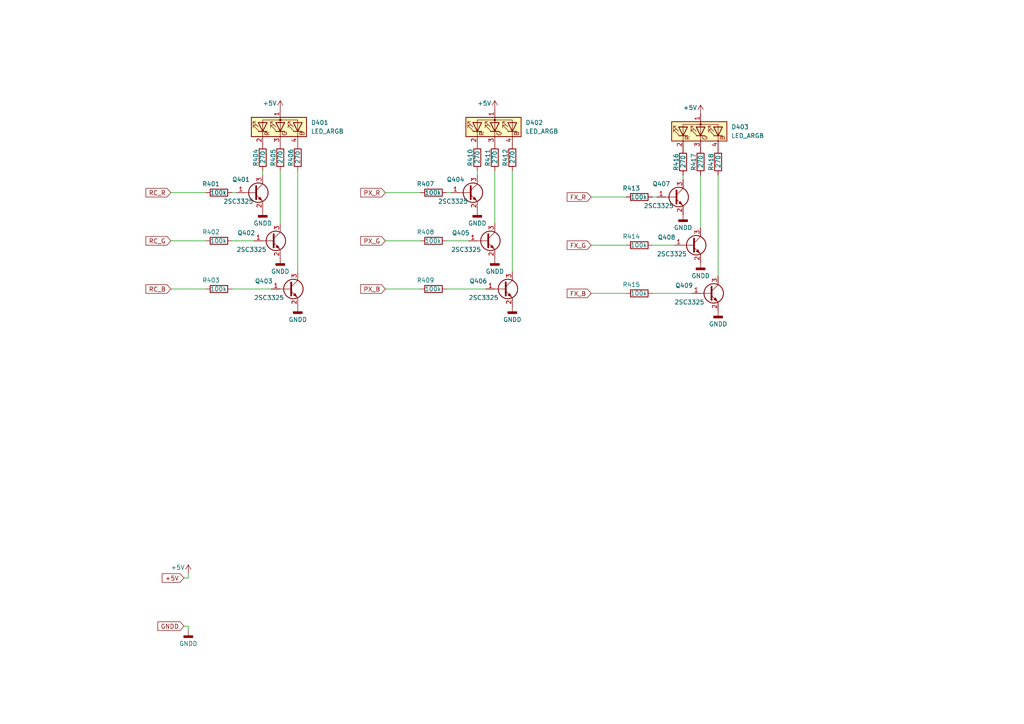
<source format=kicad_sch>
(kicad_sch (version 20250114) (generator "eeschema") (generator_version "9.0")
  (paper "A4")
  (title_block (title "Swticher Matrix 4x4") (date "2025-12-10") (rev "r1p0") (company "Optoland Design") (comment 1 "Chuck Timber"))
  (lib_symbols
    (symbol "Device:LED_ARGB" (pin_names (offset 0) (hide yes))
      (property "Reference" "D" (at 0 9.398 0))
      (property "Value" "LED_ARGB" (at 0 -8.89 0))
      (symbol "LED_ARGB_0_0"
        (text "R" (at -1.905 3.81 0) (effects (font (size 1.27 1.27))))
        (text "G" (at -1.905 -1.27 0) (effects (font (size 1.27 1.27))))
        (text "B" (at -1.905 -6.35 0) (effects (font (size 1.27 1.27))))
      )
      (symbol "LED_ARGB_0_1"
        (polyline (pts (xy -1.27 6.35) (xy -1.27 3.81)) (stroke (width 0.254)))
        (polyline (pts (xy -1.27 6.35) (xy -1.27 3.81) (xy -1.27 3.81)))
        (polyline (pts (xy -1.27 5.08) (xy -2.54 5.08)))
        (polyline (pts (xy -1.27 5.08) (xy 1.27 5.08)))
        (polyline (pts (xy -1.27 1.27) (xy -1.27 -1.27)) (stroke (width 0.254)))
        (polyline (pts (xy -1.27 1.27) (xy -1.27 -1.27) (xy -1.27 -1.27)))
        (polyline (pts (xy -1.27 0) (xy -2.54 0)))
        (polyline (pts (xy -1.27 -3.81) (xy -1.27 -6.35)) (stroke (width 0.254)))
        (polyline (pts (xy -1.27 -5.08) (xy -2.54 -5.08)))
        (polyline (pts (xy -1.27 -5.08) (xy 1.27 -5.08)))
        (polyline (pts (xy -1.016 6.35) (xy 0.508 7.874) (xy -0.254 7.874) (xy 0.508 7.874) (xy 0.508 7.112)))
        (polyline (pts (xy -1.016 1.27) (xy 0.508 2.794) (xy -0.254 2.794) (xy 0.508 2.794) (xy 0.508 2.032)))
        (polyline (pts (xy -1.016 -3.81) (xy 0.508 -2.286) (xy -0.254 -2.286) (xy 0.508 -2.286) (xy 0.508 -3.048)))
        (polyline (pts (xy 0 6.35) (xy 1.524 7.874) (xy 0.762 7.874) (xy 1.524 7.874) (xy 1.524 7.112)))
        (polyline (pts (xy 0 1.27) (xy 1.524 2.794) (xy 0.762 2.794) (xy 1.524 2.794) (xy 1.524 2.032)))
        (polyline (pts (xy 0 -3.81) (xy 1.524 -2.286) (xy 0.762 -2.286) (xy 1.524 -2.286) (xy 1.524 -3.048)))
        (polyline (pts (xy 1.27 6.35) (xy 1.27 3.81) (xy -1.27 5.08) (xy 1.27 6.35)) (stroke (width 0.254)))
        (rectangle (start 1.27 6.35) (end 1.27 6.35))
        (rectangle (start 1.27 3.81) (end 1.27 6.35))
        (polyline (pts (xy 1.27 1.27) (xy 1.27 -1.27) (xy -1.27 0) (xy 1.27 1.27)) (stroke (width 0.254)))
        (rectangle (start 1.27 1.27) (end 1.27 1.27))
        (polyline (pts (xy 1.27 0) (xy -1.27 0)))
        (polyline (pts (xy 1.27 0) (xy 2.54 0)))
        (rectangle (start 1.27 -1.27) (end 1.27 1.27))
        (polyline (pts (xy 1.27 -3.81) (xy 1.27 -6.35) (xy -1.27 -5.08) (xy 1.27 -3.81)) (stroke (width 0.254)))
        (polyline (pts (xy 1.27 -5.08) (xy 2.032 -5.08) (xy 2.032 5.08) (xy 1.27 5.08)))
        (circle (center 2.032 0) (radius 0.254) (fill (type outline)))
        (rectangle (start 2.794 8.382) (end -2.794 -7.62) (stroke (width 0.254)) (fill (type background)))
      )
      (symbol "LED_ARGB_1_1"
        (pin passive line (at -5.08 5.08 0) (length 2.54) (name "RK") (number "2"))
        (pin passive line (at -5.08 0 0) (length 2.54) (name "GK") (number "3"))
        (pin passive line (at -5.08 -5.08 0) (length 2.54) (name "BK") (number "4"))
        (pin passive line (at 5.08 0 180) (length 2.54) (name "A") (number "1"))
      )
    )
    (symbol "Device:R" (pin_numbers (hide yes)) (pin_names (offset 0))
      (property "Reference" "R" (at 2.032 0 90))
      (property "Value" "R" (at 0 0 90))
      (symbol "R_0_1"
        (rectangle (start -1.016 -2.54) (end 1.016 2.54) (stroke (width 0.254)))
      )
      (symbol "R_1_1"
        (pin passive line (at 0 3.81 270) (length 1.27) (name "~") (number "1"))
        (pin passive line (at 0 -3.81 90) (length 1.27) (name "~") (number "2"))
      )
    )
    (symbol "Transistor_BJT:2SC4213" (pin_names (offset 0) (hide yes))
      (property "Reference" "Q" (at 5.08 1.905 0))
      (property "Value" "2SC4213" (at 5.08 0 0))
      (symbol "2SC4213_0_1"
        (polyline (pts (xy -2.54 0) (xy 0.635 0)))
        (polyline (pts (xy 0.635 1.905) (xy 0.635 -1.905)) (stroke (width 0.508)))
        (circle (center 1.27 0) (radius 2.8194) (stroke (width 0.254)))
      )
      (symbol "2SC4213_1_1"
        (polyline (pts (xy 0.635 0.635) (xy 2.54 2.54)))
        (polyline (pts (xy 0.635 -0.635) (xy 2.54 -2.54)))
        (polyline (pts (xy 1.27 -1.778) (xy 1.778 -1.27) (xy 2.286 -2.286) (xy 1.27 -1.778)) (fill (type outline)))
        (pin input line (at -5.08 0 0) (length 2.54) (name "B") (number "1"))
        (pin passive line (at 2.54 5.08 270) (length 2.54) (name "C") (number "3"))
        (pin passive line (at 2.54 -5.08 90) (length 2.54) (name "E") (number "2"))
      )
    )
    (symbol "power:+5V" (power) (pin_numbers (hide yes)) (pin_names (offset 0) (hide yes))
      (property "Value" "+5V" (at 0 3.556 0))
      (symbol "+5V_0_1"
        (polyline (pts (xy -0.762 1.27) (xy 0 2.54)))
        (polyline (pts (xy 0 2.54) (xy 0.762 1.27)))
        (polyline (pts (xy 0 0) (xy 0 2.54)))
      )
      (symbol "+5V_1_1"
        (pin power_in line (at 0 0 90) (length 0) (name "~") (number "1"))
      )
    )
    (symbol "power:GNDD" (power) (pin_numbers (hide yes)) (pin_names (offset 0) (hide yes))
      (property "Value" "GNDD" (at 0 -3.175 0))
      (symbol "GNDD_0_1"
        (rectangle (start -1.27 -1.524) (end 1.27 -2.032) (stroke (width 0.254)) (fill (type outline)))
        (polyline (pts (xy 0 0) (xy 0 -1.524)))
      )
      (symbol "GNDD_1_1"
        (pin power_in line (at 0 0 270) (length 0) (name "~") (number "1"))
      )
    )
  )
  (wire (pts (xy 143.51 64.77) (xy 143.51 49.53)))
  (wire (pts (xy 67.31 69.85) (xy 73.66 69.85)))
  (wire (pts (xy 189.23 85.09) (xy 200.66 85.09)))
  (wire (pts (xy 49.53 83.82) (xy 59.69 83.82)))
  (wire (pts (xy 129.54 69.85) (xy 135.89 69.85)))
  (wire (pts (xy 54.61 167.64) (xy 54.61 166.37)))
  (wire (pts (xy 138.43 50.8) (xy 138.43 49.53)))
  (wire (pts (xy 67.31 55.88) (xy 68.58 55.88)))
  (wire (pts (xy 208.28 80.01) (xy 208.28 50.8)))
  (wire (pts (xy 111.76 55.88) (xy 121.92 55.88)))
  (wire (pts (xy 81.28 64.77) (xy 81.28 49.53)))
  (wire (pts (xy 129.54 83.82) (xy 140.97 83.82)))
  (wire (pts (xy 129.54 55.88) (xy 130.81 55.88)))
  (wire (pts (xy 148.59 78.74) (xy 148.59 49.53)))
  (wire (pts (xy 67.31 83.82) (xy 78.74 83.82)))
  (wire (pts (xy 111.76 83.82) (xy 121.92 83.82)))
  (wire (pts (xy 171.45 57.15) (xy 181.61 57.15)))
  (wire (pts (xy 171.45 71.12) (xy 181.61 71.12)))
  (wire (pts (xy 198.12 52.07) (xy 198.12 50.8)))
  (wire (pts (xy 189.23 71.12) (xy 195.58 71.12)))
  (wire (pts (xy 189.23 57.15) (xy 190.5 57.15)))
  (wire (pts (xy 76.2 50.8) (xy 76.2 49.53)))
  (wire (pts (xy 171.45 85.09) (xy 181.61 85.09)))
  (wire (pts (xy 203.2 66.04) (xy 203.2 50.8)))
  (wire (pts (xy 49.53 69.85) (xy 59.69 69.85)))
  (wire (pts (xy 49.53 55.88) (xy 59.69 55.88)))
  (wire (pts (xy 54.61 181.61) (xy 54.61 182.88)))
  (wire (pts (xy 53.34 181.61) (xy 54.61 181.61)))
  (wire (pts (xy 86.36 78.74) (xy 86.36 49.53)))
  (wire (pts (xy 53.34 167.64) (xy 54.61 167.64)))
  (wire (pts (xy 111.76 69.85) (xy 121.92 69.85)))
  (global_label "GNDD" (shape input) (at 53.34 181.61 180) (property "Intersheetrefs" "${INTERSHEET_REFS}" (effects (hide yes))))
  (global_label "PX_G" (shape input) (at 111.76 69.85 180) (property "Intersheetrefs" "${INTERSHEET_REFS}" (effects (hide yes))))
  (global_label "RC_B" (shape input) (at 49.53 83.82 180) (property "Intersheetrefs" "${INTERSHEET_REFS}" (effects (hide yes))))
  (global_label "FX_B" (shape input) (at 171.45 85.09 180) (property "Intersheetrefs" "${INTERSHEET_REFS}" (effects (hide yes))))
  (global_label "RC_R" (shape input) (at 49.53 55.88 180) (property "Intersheetrefs" "${INTERSHEET_REFS}" (effects (hide yes))))
  (global_label "RC_G" (shape input) (at 49.53 69.85 180) (property "Intersheetrefs" "${INTERSHEET_REFS}" (effects (hide yes))))
  (global_label "+5V" (shape input) (at 53.34 167.64 180) (property "Intersheetrefs" "${INTERSHEET_REFS}" (effects (hide yes))))
  (global_label "PX_B" (shape input) (at 111.76 83.82 180) (property "Intersheetrefs" "${INTERSHEET_REFS}" (effects (hide yes))))
  (global_label "FX_G" (shape input) (at 171.45 71.12 180) (property "Intersheetrefs" "${INTERSHEET_REFS}" (effects (hide yes))))
  (global_label "FX_R" (shape input) (at 171.45 57.15 180) (property "Intersheetrefs" "${INTERSHEET_REFS}" (effects (hide yes))))
  (global_label "PX_R" (shape input) (at 111.76 55.88 180) (property "Intersheetrefs" "${INTERSHEET_REFS}" (effects (hide yes))))
  (symbol (lib_id "Device:R") (at 76.2 45.72 0) (mirror y) (unit 1)
    (property "Reference" "R404" (at 74.168 43.18 90) (effects (justify right)))
    (property "Value" "270" (at 76.2 43.688 90) (effects (justify right)))
    (property "Footprint" "Resistor_THT:R_Axial_DIN0204_L3.6mm_D1.6mm_P2.54mm_Vertical" (effects (hide yes)))
    (property "Description" "Resistor" (effects (hide yes)))
  )
  (symbol (lib_id "Device:R") (at 203.2 46.99 0) (mirror y) (unit 1)
    (property "Reference" "R417" (at 201.168 44.45 90) (effects (justify right)))
    (property "Value" "270" (at 203.2 44.958 90) (effects (justify right)))
    (property "Footprint" "Resistor_THT:R_Axial_DIN0204_L3.6mm_D1.6mm_P2.54mm_Vertical" (effects (hide yes)))
    (property "Description" "Resistor" (effects (hide yes)))
  )
  (symbol (lib_id "Transistor_BJT:2SC4213") (at 73.66 55.88 0) (unit 1)
    (property "Reference" "Q401" (at 67.31 52.07 0) (effects (justify left)))
    (property "Value" "2SC3325" (at 64.77 58.42 0) (effects (justify left)))
    (property "Footprint" "Package_TO_SOT_SMD:SOT-323_SC-70" (effects (hide yes)))
    (property "Datasheet" "https://toshiba.semicon-storage.com/info/docget.jsp?did=19305&prodName=2SC4213" (effects (hide yes)))
    (property "Description" "0.3A Ic, 20V Vce, NPN Transistor, For Muting and Switching, SOT-323" (effects (hide yes)))
  )
  (symbol (lib_id "power:+5V") (at 203.2 33.02 0) (unit 1)
    (property "Reference" "#PWR0412" (effects (hide yes)))
    (property "Value" "+5V" (at 200.152 31.242 0))
    (property "Description" "Power symbol creates a global label with name \"+5V\"" (effects (hide yes)))
  )
  (symbol (lib_id "Device:R") (at 63.5 55.88 270) (mirror x) (unit 1)
    (property "Reference" "R401" (at 63.754 53.34 90) (effects (justify right)))
    (property "Value" "100k" (at 65.786 55.88 90) (effects (justify right)))
    (property "Footprint" "Resistor_SMD:R_0603_1608Metric_Pad0.98x0.95mm_HandSolder" (effects (hide yes)))
    (property "Description" "Resistor" (effects (hide yes)))
  )
  (symbol (lib_id "Device:R") (at 208.28 46.99 0) (mirror y) (unit 1)
    (property "Reference" "R418" (at 206.248 44.45 90) (effects (justify right)))
    (property "Value" "270" (at 208.28 44.958 90) (effects (justify right)))
    (property "Footprint" "Resistor_THT:R_Axial_DIN0204_L3.6mm_D1.6mm_P2.54mm_Vertical" (effects (hide yes)))
    (property "Description" "Resistor" (effects (hide yes)))
  )
  (symbol (lib_id "power:GNDD") (at 138.43 60.96 0) (mirror y) (unit 1)
    (property "Reference" "#PWR0407" (effects (hide yes)))
    (property "Value" "GNDD" (at 138.43 64.77 0))
    (property "Description" "Power symbol creates a global label with name \"GNDD\" , digital ground" (effects (hide yes)))
  )
  (symbol (lib_id "power:GNDD") (at 86.36 88.9 0) (mirror y) (unit 1)
    (property "Reference" "#PWR0406" (effects (hide yes)))
    (property "Value" "GNDD" (at 86.36 92.71 0))
    (property "Description" "Power symbol creates a global label with name \"GNDD\" , digital ground" (effects (hide yes)))
  )
  (symbol (lib_id "Device:R") (at 125.73 83.82 270) (mirror x) (unit 1)
    (property "Reference" "R409" (at 125.984 81.28 90) (effects (justify right)))
    (property "Value" "100k" (at 128.016 83.82 90) (effects (justify right)))
    (property "Footprint" "Resistor_SMD:R_0603_1608Metric_Pad0.98x0.95mm_HandSolder" (effects (hide yes)))
    (property "Description" "Resistor" (effects (hide yes)))
  )
  (symbol (lib_id "power:GNDD") (at 208.28 90.17 0) (mirror y) (unit 1)
    (property "Reference" "#PWR0414" (effects (hide yes)))
    (property "Value" "GNDD" (at 208.28 93.98 0))
    (property "Description" "Power symbol creates a global label with name \"GNDD\" , digital ground" (effects (hide yes)))
  )
  (symbol (lib_id "Device:R") (at 143.51 45.72 0) (mirror y) (unit 1)
    (property "Reference" "R411" (at 141.478 43.18 90) (effects (justify right)))
    (property "Value" "270" (at 143.51 43.688 90) (effects (justify right)))
    (property "Footprint" "Resistor_THT:R_Axial_DIN0204_L3.6mm_D1.6mm_P2.54mm_Vertical" (effects (hide yes)))
    (property "Description" "Resistor" (effects (hide yes)))
  )
  (symbol (lib_id "Device:R") (at 198.12 46.99 0) (mirror y) (unit 1)
    (property "Reference" "R416" (at 196.088 44.45 90) (effects (justify right)))
    (property "Value" "270" (at 198.12 44.958 90) (effects (justify right)))
    (property "Footprint" "Resistor_THT:R_Axial_DIN0204_L3.6mm_D1.6mm_P2.54mm_Vertical" (effects (hide yes)))
    (property "Description" "Resistor" (effects (hide yes)))
  )
  (symbol (lib_id "Transistor_BJT:2SC4213") (at 146.05 83.82 0) (unit 1)
    (property "Reference" "Q406" (at 136.144 81.534 0) (effects (justify left)))
    (property "Value" "2SC3325" (at 135.89 86.36 0) (effects (justify left)))
    (property "Footprint" "Package_TO_SOT_SMD:SOT-323_SC-70" (effects (hide yes)))
    (property "Datasheet" "https://toshiba.semicon-storage.com/info/docget.jsp?did=19305&prodName=2SC4213" (effects (hide yes)))
    (property "Description" "0.3A Ic, 20V Vce, NPN Transistor, For Muting and Switching, SOT-323" (effects (hide yes)))
  )
  (symbol (lib_id "Device:R") (at 81.28 45.72 0) (mirror y) (unit 1)
    (property "Reference" "R405" (at 79.248 43.18 90) (effects (justify right)))
    (property "Value" "270" (at 81.28 43.688 90) (effects (justify right)))
    (property "Footprint" "Resistor_THT:R_Axial_DIN0204_L3.6mm_D1.6mm_P2.54mm_Vertical" (effects (hide yes)))
    (property "Description" "Resistor" (effects (hide yes)))
  )
  (symbol (lib_id "Transistor_BJT:2SC4213") (at 78.74 69.85 0) (unit 1)
    (property "Reference" "Q402" (at 68.834 67.564 0) (effects (justify left)))
    (property "Value" "2SC3325" (at 68.58 72.39 0) (effects (justify left)))
    (property "Footprint" "Package_TO_SOT_SMD:SOT-323_SC-70" (effects (hide yes)))
    (property "Datasheet" "https://toshiba.semicon-storage.com/info/docget.jsp?did=19305&prodName=2SC4213" (effects (hide yes)))
    (property "Description" "0.3A Ic, 20V Vce, NPN Transistor, For Muting and Switching, SOT-323" (effects (hide yes)))
  )
  (symbol (lib_id "Device:R") (at 185.42 85.09 270) (mirror x) (unit 1)
    (property "Reference" "R415" (at 185.674 82.55 90) (effects (justify right)))
    (property "Value" "100k" (at 187.706 85.09 90) (effects (justify right)))
    (property "Footprint" "Resistor_SMD:R_0603_1608Metric_Pad0.98x0.95mm_HandSolder" (effects (hide yes)))
    (property "Description" "Resistor" (effects (hide yes)))
  )
  (symbol (lib_id "power:GNDD") (at 203.2 76.2 0) (mirror y) (unit 1)
    (property "Reference" "#PWR0413" (effects (hide yes)))
    (property "Value" "GNDD" (at 203.2 80.01 0))
    (property "Description" "Power symbol creates a global label with name \"GNDD\" , digital ground" (effects (hide yes)))
  )
  (symbol (lib_id "power:GNDD") (at 143.51 74.93 0) (mirror y) (unit 1)
    (property "Reference" "#PWR0409" (effects (hide yes)))
    (property "Value" "GNDD" (at 143.51 78.74 0))
    (property "Description" "Power symbol creates a global label with name \"GNDD\" , digital ground" (effects (hide yes)))
  )
  (symbol (lib_id "Device:LED_ARGB") (at 203.2 38.1 90) (unit 1)
    (property "Reference" "D403" (at 212.09 36.8299 90) (effects (justify right)))
    (property "Value" "LED_ARGB" (at 212.09 39.3699 90) (effects (justify right)))
    (property "Footprint" "Connector_PinHeader_2.54mm:PinHeader_1x04_P2.54mm_Vertical" (effects (hide yes)))
    (property "Description" "RGB LED, anode/red/green/blue" (effects (hide yes)))
  )
  (symbol (lib_id "Device:R") (at 125.73 69.85 270) (mirror x) (unit 1)
    (property "Reference" "R408" (at 125.984 67.31 90) (effects (justify right)))
    (property "Value" "100k" (at 128.016 69.85 90) (effects (justify right)))
    (property "Footprint" "Resistor_SMD:R_0603_1608Metric_Pad0.98x0.95mm_HandSolder" (effects (hide yes)))
    (property "Description" "Resistor" (effects (hide yes)))
  )
  (symbol (lib_id "power:GNDD") (at 198.12 62.23 0) (mirror y) (unit 1)
    (property "Reference" "#PWR0411" (effects (hide yes)))
    (property "Value" "GNDD" (at 198.12 66.04 0))
    (property "Description" "Power symbol creates a global label with name \"GNDD\" , digital ground" (effects (hide yes)))
  )
  (symbol (lib_id "Transistor_BJT:2SC4213") (at 200.66 71.12 0) (unit 1)
    (property "Reference" "Q408" (at 190.754 68.834 0) (effects (justify left)))
    (property "Value" "2SC3325" (at 190.5 73.66 0) (effects (justify left)))
    (property "Footprint" "Package_TO_SOT_SMD:SOT-323_SC-70" (effects (hide yes)))
    (property "Datasheet" "https://toshiba.semicon-storage.com/info/docget.jsp?did=19305&prodName=2SC4213" (effects (hide yes)))
    (property "Description" "0.3A Ic, 20V Vce, NPN Transistor, For Muting and Switching, SOT-323" (effects (hide yes)))
  )
  (symbol (lib_id "Transistor_BJT:2SC4213") (at 195.58 57.15 0) (unit 1)
    (property "Reference" "Q407" (at 189.23 53.34 0) (effects (justify left)))
    (property "Value" "2SC3325" (at 186.69 59.69 0) (effects (justify left)))
    (property "Footprint" "Package_TO_SOT_SMD:SOT-323_SC-70" (effects (hide yes)))
    (property "Datasheet" "https://toshiba.semicon-storage.com/info/docget.jsp?did=19305&prodName=2SC4213" (effects (hide yes)))
    (property "Description" "0.3A Ic, 20V Vce, NPN Transistor, For Muting and Switching, SOT-323" (effects (hide yes)))
  )
  (symbol (lib_id "Device:R") (at 138.43 45.72 0) (mirror y) (unit 1)
    (property "Reference" "R410" (at 136.398 43.18 90) (effects (justify right)))
    (property "Value" "270" (at 138.43 43.688 90) (effects (justify right)))
    (property "Footprint" "Resistor_THT:R_Axial_DIN0204_L3.6mm_D1.6mm_P2.54mm_Vertical" (effects (hide yes)))
    (property "Description" "Resistor" (effects (hide yes)))
  )
  (symbol (lib_id "Device:R") (at 86.36 45.72 0) (mirror y) (unit 1)
    (property "Reference" "R406" (at 84.328 43.18 90) (effects (justify right)))
    (property "Value" "270" (at 86.36 43.688 90) (effects (justify right)))
    (property "Footprint" "Resistor_THT:R_Axial_DIN0204_L3.6mm_D1.6mm_P2.54mm_Vertical" (effects (hide yes)))
    (property "Description" "Resistor" (effects (hide yes)))
  )
  (symbol (lib_id "Device:LED_ARGB") (at 81.28 36.83 90) (unit 1)
    (property "Reference" "D401" (at 90.17 35.5599 90) (effects (justify right)))
    (property "Value" "LED_ARGB" (at 90.17 38.0999 90) (effects (justify right)))
    (property "Footprint" "Connector_PinHeader_2.54mm:PinHeader_1x04_P2.54mm_Vertical" (effects (hide yes)))
    (property "Description" "RGB LED, anode/red/green/blue" (effects (hide yes)))
  )
  (symbol (lib_id "Device:R") (at 63.5 83.82 270) (mirror x) (unit 1)
    (property "Reference" "R403" (at 63.754 81.28 90) (effects (justify right)))
    (property "Value" "100k" (at 65.786 83.82 90) (effects (justify right)))
    (property "Footprint" "Resistor_SMD:R_0603_1608Metric_Pad0.98x0.95mm_HandSolder" (effects (hide yes)))
    (property "Description" "Resistor" (effects (hide yes)))
  )
  (symbol (lib_id "Device:R") (at 185.42 71.12 270) (mirror x) (unit 1)
    (property "Reference" "R414" (at 185.674 68.58 90) (effects (justify right)))
    (property "Value" "100k" (at 187.706 71.12 90) (effects (justify right)))
    (property "Footprint" "Resistor_SMD:R_0603_1608Metric_Pad0.98x0.95mm_HandSolder" (effects (hide yes)))
    (property "Description" "Resistor" (effects (hide yes)))
  )
  (symbol (lib_id "Device:R") (at 185.42 57.15 270) (mirror x) (unit 1)
    (property "Reference" "R413" (at 185.674 54.61 90) (effects (justify right)))
    (property "Value" "100k" (at 187.706 57.15 90) (effects (justify right)))
    (property "Footprint" "Resistor_SMD:R_0603_1608Metric_Pad0.98x0.95mm_HandSolder" (effects (hide yes)))
    (property "Description" "Resistor" (effects (hide yes)))
  )
  (symbol (lib_id "Transistor_BJT:2SC4213") (at 205.74 85.09 0) (unit 1)
    (property "Reference" "Q409" (at 195.834 82.804 0) (effects (justify left)))
    (property "Value" "2SC3325" (at 195.58 87.63 0) (effects (justify left)))
    (property "Footprint" "Package_TO_SOT_SMD:SOT-323_SC-70" (effects (hide yes)))
    (property "Datasheet" "https://toshiba.semicon-storage.com/info/docget.jsp?did=19305&prodName=2SC4213" (effects (hide yes)))
    (property "Description" "0.3A Ic, 20V Vce, NPN Transistor, For Muting and Switching, SOT-323" (effects (hide yes)))
  )
  (symbol (lib_id "Transistor_BJT:2SC4213") (at 140.97 69.85 0) (unit 1)
    (property "Reference" "Q405" (at 131.064 67.564 0) (effects (justify left)))
    (property "Value" "2SC3325" (at 130.81 72.39 0) (effects (justify left)))
    (property "Footprint" "Package_TO_SOT_SMD:SOT-323_SC-70" (effects (hide yes)))
    (property "Datasheet" "https://toshiba.semicon-storage.com/info/docget.jsp?did=19305&prodName=2SC4213" (effects (hide yes)))
    (property "Description" "0.3A Ic, 20V Vce, NPN Transistor, For Muting and Switching, SOT-323" (effects (hide yes)))
  )
  (symbol (lib_id "power:GNDD") (at 148.59 88.9 0) (mirror y) (unit 1)
    (property "Reference" "#PWR0410" (effects (hide yes)))
    (property "Value" "GNDD" (at 148.59 92.71 0))
    (property "Description" "Power symbol creates a global label with name \"GNDD\" , digital ground" (effects (hide yes)))
  )
  (symbol (lib_id "power:GNDD") (at 54.61 182.88 0) (mirror y) (unit 1)
    (property "Reference" "#PWR0402" (effects (hide yes)))
    (property "Value" "GNDD" (at 54.61 186.69 0))
    (property "Description" "Power symbol creates a global label with name \"GNDD\" , digital ground" (effects (hide yes)))
  )
  (symbol (lib_id "Device:R") (at 148.59 45.72 0) (mirror y) (unit 1)
    (property "Reference" "R412" (at 146.558 43.18 90) (effects (justify right)))
    (property "Value" "270" (at 148.59 43.688 90) (effects (justify right)))
    (property "Footprint" "Resistor_THT:R_Axial_DIN0204_L3.6mm_D1.6mm_P2.54mm_Vertical" (effects (hide yes)))
    (property "Description" "Resistor" (effects (hide yes)))
  )
  (symbol (lib_id "Transistor_BJT:2SC4213") (at 83.82 83.82 0) (unit 1)
    (property "Reference" "Q403" (at 73.914 81.534 0) (effects (justify left)))
    (property "Value" "2SC3325" (at 73.66 86.36 0) (effects (justify left)))
    (property "Footprint" "Package_TO_SOT_SMD:SOT-323_SC-70" (effects (hide yes)))
    (property "Datasheet" "https://toshiba.semicon-storage.com/info/docget.jsp?did=19305&prodName=2SC4213" (effects (hide yes)))
    (property "Description" "0.3A Ic, 20V Vce, NPN Transistor, For Muting and Switching, SOT-323" (effects (hide yes)))
  )
  (symbol (lib_id "Device:R") (at 63.5 69.85 270) (mirror x) (unit 1)
    (property "Reference" "R402" (at 63.754 67.31 90) (effects (justify right)))
    (property "Value" "100k" (at 65.786 69.85 90) (effects (justify right)))
    (property "Footprint" "Resistor_SMD:R_0603_1608Metric_Pad0.98x0.95mm_HandSolder" (effects (hide yes)))
    (property "Description" "Resistor" (effects (hide yes)))
  )
  (symbol (lib_id "power:+5V") (at 143.51 31.75 0) (unit 1)
    (property "Reference" "#PWR0408" (effects (hide yes)))
    (property "Value" "+5V" (at 140.462 29.972 0))
    (property "Description" "Power symbol creates a global label with name \"+5V\"" (effects (hide yes)))
  )
  (symbol (lib_id "power:GNDD") (at 76.2 60.96 0) (mirror y) (unit 1)
    (property "Reference" "#PWR0403" (effects (hide yes)))
    (property "Value" "GNDD" (at 76.2 64.77 0))
    (property "Description" "Power symbol creates a global label with name \"GNDD\" , digital ground" (effects (hide yes)))
  )
  (symbol (lib_id "Device:LED_ARGB") (at 143.51 36.83 90) (unit 1)
    (property "Reference" "D402" (at 152.4 35.5599 90) (effects (justify right)))
    (property "Value" "LED_ARGB" (at 152.4 38.0999 90) (effects (justify right)))
    (property "Footprint" "Connector_PinHeader_2.54mm:PinHeader_1x04_P2.54mm_Vertical" (effects (hide yes)))
    (property "Description" "RGB LED, anode/red/green/blue" (effects (hide yes)))
  )
  (symbol (lib_id "Device:R") (at 125.73 55.88 270) (mirror x) (unit 1)
    (property "Reference" "R407" (at 125.984 53.34 90) (effects (justify right)))
    (property "Value" "100k" (at 128.016 55.88 90) (effects (justify right)))
    (property "Footprint" "Resistor_SMD:R_0603_1608Metric_Pad0.98x0.95mm_HandSolder" (effects (hide yes)))
    (property "Description" "Resistor" (effects (hide yes)))
  )
  (symbol (lib_id "Transistor_BJT:2SC4213") (at 135.89 55.88 0) (unit 1)
    (property "Reference" "Q404" (at 129.54 52.07 0) (effects (justify left)))
    (property "Value" "2SC3325" (at 127 58.42 0) (effects (justify left)))
    (property "Footprint" "Package_TO_SOT_SMD:SOT-323_SC-70" (effects (hide yes)))
    (property "Datasheet" "https://toshiba.semicon-storage.com/info/docget.jsp?did=19305&prodName=2SC4213" (effects (hide yes)))
    (property "Description" "0.3A Ic, 20V Vce, NPN Transistor, For Muting and Switching, SOT-323" (effects (hide yes)))
  )
  (symbol (lib_id "power:GNDD") (at 81.28 74.93 0) (mirror y) (unit 1)
    (property "Reference" "#PWR0405" (effects (hide yes)))
    (property "Value" "GNDD" (at 81.28 78.74 0))
    (property "Description" "Power symbol creates a global label with name \"GNDD\" , digital ground" (effects (hide yes)))
  )
  (symbol (lib_id "power:+5V") (at 81.28 31.75 0) (unit 1)
    (property "Reference" "#PWR0404" (effects (hide yes)))
    (property "Value" "+5V" (at 78.232 29.972 0))
    (property "Description" "Power symbol creates a global label with name \"+5V\"" (effects (hide yes)))
  )
  (symbol (lib_id "power:+5V") (at 54.61 166.37 0) (unit 1)
    (property "Reference" "#PWR0401" (effects (hide yes)))
    (property "Value" "+5V" (at 51.562 164.592 0))
    (property "Description" "Power symbol creates a global label with name \"+5V\"" (effects (hide yes)))
  )
)
</source>
